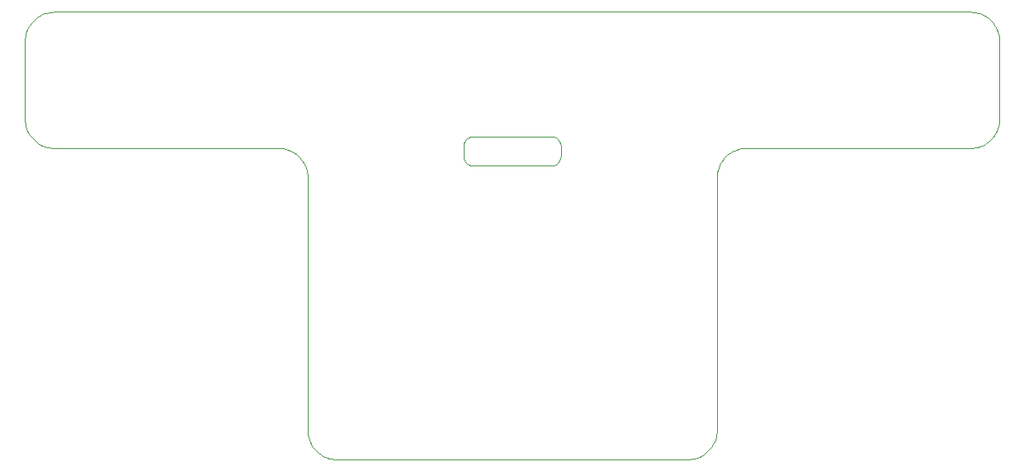
<source format=gm1>
G04*
G04 #@! TF.GenerationSoftware,Altium Limited,Altium Designer,19.1.8 (144)*
G04*
G04 Layer_Color=16711935*
%FSLAX44Y44*%
%MOMM*%
G71*
G01*
G75*
%ADD10C,0.1000*%
D10*
X-50000Y-78000D02*
X-49659Y-80588D01*
X-48660Y-83000D01*
X-47071Y-85071D01*
X-45000Y-86660D01*
X-42588Y-87659D01*
X-40000Y-88000D01*
Y-58000D02*
X-42588Y-58341D01*
X-45000Y-59340D01*
X-47071Y-60929D01*
X-48660Y-63000D01*
X-49659Y-65412D01*
X-50000Y-68000D01*
X50000D02*
X49659Y-65412D01*
X48660Y-63000D01*
X47071Y-60929D01*
X45000Y-59340D01*
X42588Y-58341D01*
X40000Y-58000D01*
Y-88000D02*
X42588Y-87659D01*
X45000Y-86660D01*
X47071Y-85071D01*
X48660Y-83000D01*
X49659Y-80588D01*
X50000Y-78000D01*
X180000Y-390000D02*
X182477Y-389897D01*
X184938Y-389591D01*
X187365Y-389082D01*
X189741Y-388374D01*
X192051Y-387473D01*
X194278Y-386384D01*
X196408Y-385115D01*
X198426Y-383674D01*
X200318Y-382072D01*
X202072Y-380318D01*
X203674Y-378426D01*
X205115Y-376408D01*
X206384Y-374278D01*
X207473Y-372051D01*
X208375Y-369741D01*
X209082Y-367365D01*
X209591Y-364938D01*
X209897Y-362477D01*
X210000Y-360000D01*
X-210000D02*
X-209897Y-362477D01*
X-209591Y-364938D01*
X-209082Y-367365D01*
X-208375Y-369741D01*
X-207473Y-372051D01*
X-206384Y-374278D01*
X-205115Y-376408D01*
X-203674Y-378426D01*
X-202072Y-380318D01*
X-200318Y-382072D01*
X-198426Y-383674D01*
X-196408Y-385115D01*
X-194278Y-386384D01*
X-192051Y-387473D01*
X-189741Y-388374D01*
X-187365Y-389082D01*
X-184938Y-389591D01*
X-182477Y-389897D01*
X-180000Y-390000D01*
X470000Y-70000D02*
X472477Y-69897D01*
X474938Y-69591D01*
X477365Y-69082D01*
X479741Y-68375D01*
X482051Y-67473D01*
X484278Y-66384D01*
X486409Y-65115D01*
X488426Y-63674D01*
X490318Y-62072D01*
X492072Y-60318D01*
X493674Y-58426D01*
X495115Y-56408D01*
X496384Y-54278D01*
X497473Y-52051D01*
X498374Y-49741D01*
X499082Y-47365D01*
X499591Y-44938D01*
X499897Y-42477D01*
X500000Y-40000D01*
Y40000D02*
X499897Y42477D01*
X499591Y44938D01*
X499082Y47365D01*
X498374Y49741D01*
X497473Y52051D01*
X496384Y54278D01*
X495115Y56408D01*
X493674Y58426D01*
X492072Y60318D01*
X490318Y62072D01*
X488426Y63674D01*
X486408Y65115D01*
X484278Y66384D01*
X482051Y67473D01*
X479741Y68375D01*
X477365Y69082D01*
X474938Y69591D01*
X472477Y69897D01*
X470000Y70000D01*
X240000Y-70000D02*
X237523Y-70103D01*
X235062Y-70409D01*
X232635Y-70918D01*
X230259Y-71625D01*
X227949Y-72527D01*
X225722Y-73616D01*
X223592Y-74885D01*
X221574Y-76326D01*
X219682Y-77928D01*
X217928Y-79682D01*
X216326Y-81574D01*
X214885Y-83592D01*
X213616Y-85722D01*
X212527Y-87949D01*
X211625Y-90259D01*
X210918Y-92635D01*
X210409Y-95062D01*
X210103Y-97523D01*
X210000Y-100000D01*
X-210000D02*
X-210103Y-97523D01*
X-210409Y-95062D01*
X-210918Y-92635D01*
X-211625Y-90259D01*
X-212527Y-87949D01*
X-213616Y-85722D01*
X-214885Y-83592D01*
X-216326Y-81574D01*
X-217928Y-79682D01*
X-219682Y-77928D01*
X-221574Y-76326D01*
X-223592Y-74885D01*
X-225722Y-73616D01*
X-227949Y-72527D01*
X-230259Y-71625D01*
X-232635Y-70918D01*
X-235062Y-70409D01*
X-237523Y-70103D01*
X-240000Y-70000D01*
X-500000Y-40000D02*
X-499897Y-42477D01*
X-499591Y-44938D01*
X-499082Y-47365D01*
X-498374Y-49741D01*
X-497473Y-52051D01*
X-496384Y-54278D01*
X-495115Y-56408D01*
X-493674Y-58426D01*
X-492072Y-60318D01*
X-490318Y-62072D01*
X-488426Y-63674D01*
X-486408Y-65115D01*
X-484278Y-66384D01*
X-482051Y-67473D01*
X-479741Y-68375D01*
X-477365Y-69082D01*
X-474938Y-69591D01*
X-472477Y-69897D01*
X-470000Y-70000D01*
Y70000D02*
X-472477Y69897D01*
X-474938Y69591D01*
X-477365Y69082D01*
X-479741Y68375D01*
X-482051Y67473D01*
X-484278Y66384D01*
X-486408Y65115D01*
X-488426Y63674D01*
X-490318Y62072D01*
X-492072Y60318D01*
X-493674Y58426D01*
X-495115Y56408D01*
X-496384Y54278D01*
X-497473Y52051D01*
X-498374Y49741D01*
X-499082Y47365D01*
X-499591Y44938D01*
X-499897Y42477D01*
X-500000Y40000D01*
X-40000Y-58000D02*
X40000D01*
X-40000Y-88000D02*
X40000D01*
X-50000Y-78000D02*
Y-68000D01*
X50000Y-78000D02*
Y-68000D01*
X-210000Y-360000D02*
Y-100000D01*
X-180000Y-390000D02*
X180000D01*
X210000Y-360000D02*
Y-100000D01*
X500000Y-40000D02*
Y40000D01*
X-470000Y70000D02*
X470000D01*
X240000Y-70000D02*
X470000D01*
X-470000Y-70000D02*
X-240000D01*
X-500000Y-40000D02*
Y40000D01*
M02*

</source>
